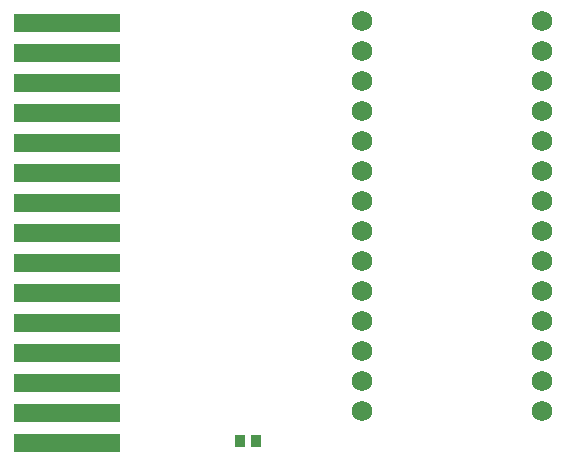
<source format=gts>
G04 Layer: TopSolderMaskLayer*
G04 EasyEDA v6.5.22, 2023-04-21 14:11:52*
G04 6639ec0bfd30429d8febbb54714beaf6,0d2cea57a9a8422ebbcee2df73fbc454,10*
G04 Gerber Generator version 0.2*
G04 Scale: 100 percent, Rotated: No, Reflected: No *
G04 Dimensions in millimeters *
G04 leading zeros omitted , absolute positions ,4 integer and 5 decimal *
%FSLAX45Y45*%
%MOMM*%

%AMMACRO1*1,1,$1,$2,$3*1,1,$1,$4,$5*1,1,$1,0-$2,0-$3*1,1,$1,0-$4,0-$5*20,1,$1,$2,$3,$4,$5,0*20,1,$1,$4,$5,0-$2,0-$3,0*20,1,$1,0-$2,0-$3,0-$4,0-$5,0*20,1,$1,0-$4,0-$5,$2,$3,0*4,1,4,$2,$3,$4,$5,0-$2,0-$3,0-$4,0-$5,$2,$3,0*%
%ADD10MACRO1,0.1016X0.4X-0.45X-0.4X-0.45*%
%ADD11C,1.7272*%
%ADD12R,9.0000X1.5240*%

%LPD*%
D10*
G01*
X2190600Y1600200D03*
G01*
X2330599Y1600200D03*
D11*
G01*
X4749800Y1854200D03*
G01*
X3225800Y1854200D03*
G01*
X4749800Y2108200D03*
G01*
X4749800Y2362200D03*
G01*
X4749800Y2616200D03*
G01*
X4749800Y2870200D03*
G01*
X4749800Y3124200D03*
G01*
X4749800Y3378200D03*
G01*
X4749800Y3632200D03*
G01*
X4749800Y3886200D03*
G01*
X4749800Y4140200D03*
G01*
X4749800Y4394200D03*
G01*
X4749800Y4648200D03*
G01*
X4749800Y4902200D03*
G01*
X4749800Y5156200D03*
G01*
X3225800Y2108200D03*
G01*
X3225800Y2362200D03*
G01*
X3225800Y2616200D03*
G01*
X3225800Y2870200D03*
G01*
X3225800Y3124200D03*
G01*
X3225800Y3378200D03*
G01*
X3225800Y3632200D03*
G01*
X3225800Y3886200D03*
G01*
X3225800Y4140200D03*
G01*
X3225800Y4394200D03*
G01*
X3225800Y4648200D03*
G01*
X3225800Y4902200D03*
G01*
X3225800Y5156200D03*
D12*
G01*
X723900Y5143500D03*
G01*
X723900Y4889500D03*
G01*
X723900Y4635500D03*
G01*
X723900Y4381500D03*
G01*
X723900Y4127500D03*
G01*
X723900Y3873500D03*
G01*
X723900Y3619500D03*
G01*
X723900Y3365500D03*
G01*
X723900Y3111500D03*
G01*
X723900Y2857500D03*
G01*
X723900Y2603500D03*
G01*
X723900Y2349500D03*
G01*
X723900Y2095500D03*
G01*
X723900Y1841500D03*
G01*
X723900Y1587500D03*
M02*

</source>
